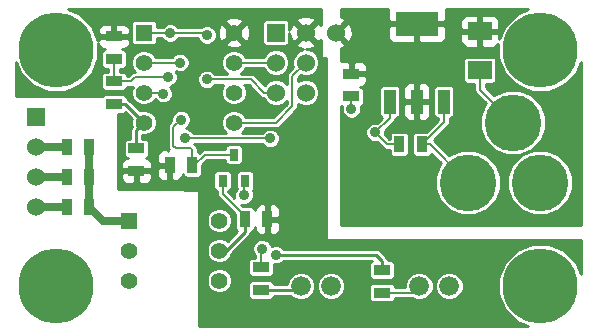
<source format=gtl>
G04 (created by PCBNEW (2013-04-19 BZR 4011)-stable) date 12/08/2014 12:26:48*
%MOIN*%
G04 Gerber Fmt 3.4, Leading zero omitted, Abs format*
%FSLAX34Y34*%
G01*
G70*
G90*
G04 APERTURE LIST*
%ADD10C,0*%
%ADD11C,0.25*%
%ADD12R,0.144X0.08*%
%ADD13R,0.04X0.08*%
%ADD14C,0.189*%
%ADD15R,0.055X0.035*%
%ADD16R,0.035X0.055*%
%ADD17R,0.055X0.055*%
%ADD18C,0.055*%
%ADD19R,0.06X0.06*%
%ADD20C,0.06*%
%ADD21R,0.08X0.06*%
%ADD22C,0.066*%
%ADD23R,0.0315X0.0394*%
%ADD24C,0.035*%
%ADD25C,0.008*%
%ADD26C,0.01*%
%ADD27C,0.025*%
G04 APERTURE END LIST*
G54D10*
G54D11*
X1574Y-9448D03*
G54D12*
X13600Y-700D03*
G54D13*
X13600Y-3300D03*
X14500Y-3300D03*
X12700Y-3300D03*
G54D11*
X17716Y-9448D03*
X17716Y-1574D03*
X1574Y-1574D03*
G54D14*
X17700Y-6000D03*
X15300Y-6000D03*
X16800Y-4000D03*
G54D15*
X12440Y-8916D03*
X12440Y-9666D03*
X8400Y-8825D03*
X8400Y-9575D03*
G54D16*
X1925Y-6800D03*
X2675Y-6800D03*
X1925Y-5800D03*
X2675Y-5800D03*
X1925Y-4800D03*
X2675Y-4800D03*
G54D17*
X4011Y-7267D03*
G54D18*
X4011Y-8267D03*
X4011Y-9267D03*
X7011Y-9267D03*
X7011Y-8267D03*
X7011Y-7267D03*
G54D19*
X900Y-3800D03*
G54D20*
X900Y-4800D03*
X900Y-5800D03*
X900Y-6800D03*
G54D15*
X11417Y-2380D03*
X11417Y-3130D03*
X3500Y-2625D03*
X3500Y-3375D03*
G54D16*
X13760Y-4724D03*
X13010Y-4724D03*
G54D15*
X3500Y-1125D03*
X3500Y-1875D03*
X4250Y-5615D03*
X4250Y-4865D03*
G54D21*
X15700Y-950D03*
X15700Y-2250D03*
G54D17*
X4500Y-1000D03*
G54D18*
X4500Y-2000D03*
X4500Y-3000D03*
X4500Y-4000D03*
X7500Y-4000D03*
X7500Y-3000D03*
X7500Y-2000D03*
X7500Y-1000D03*
G54D22*
X13673Y-9448D03*
X14673Y-9448D03*
X9736Y-9448D03*
X10736Y-9448D03*
G54D16*
X7865Y-7220D03*
X8615Y-7220D03*
X6115Y-5420D03*
X5365Y-5420D03*
G54D23*
X7500Y-5067D03*
X7875Y-5933D03*
X7125Y-5933D03*
G54D20*
X10900Y-1000D03*
G54D19*
X8900Y-1000D03*
G54D20*
X9900Y-1000D03*
X8900Y-2000D03*
X9900Y-2000D03*
X8900Y-3000D03*
X9900Y-3000D03*
G54D24*
X8440Y-8200D03*
X5700Y-2000D03*
X5740Y-3900D03*
X8900Y-8400D03*
X5860Y-4510D03*
X5140Y-3040D03*
X8707Y-4527D03*
X5370Y-1020D03*
X5300Y-2490D03*
X6594Y-1082D03*
X6594Y-2559D03*
X11417Y-3543D03*
X7834Y-6417D03*
X12204Y-4330D03*
G54D25*
X7500Y-4000D02*
X8893Y-4000D01*
X9448Y-2451D02*
X9900Y-2000D01*
X9448Y-3444D02*
X9448Y-2451D01*
X8893Y-4000D02*
X9448Y-3444D01*
X8400Y-8825D02*
X8400Y-8240D01*
X8400Y-8240D02*
X8440Y-8200D01*
X7500Y-2000D02*
X8900Y-2000D01*
X6115Y-5420D02*
X6180Y-5420D01*
X6533Y-5067D02*
X7500Y-5067D01*
X6180Y-5420D02*
X6533Y-5067D01*
X6115Y-5420D02*
X6115Y-4915D01*
X5700Y-2000D02*
X4500Y-2000D01*
X5480Y-4160D02*
X5740Y-3900D01*
X5480Y-4780D02*
X5480Y-4160D01*
X5560Y-4860D02*
X5480Y-4780D01*
X6060Y-4860D02*
X5560Y-4860D01*
X6115Y-4915D02*
X6060Y-4860D01*
G54D26*
X11771Y-8400D02*
X12218Y-8400D01*
X12440Y-8622D02*
X12440Y-8916D01*
X12218Y-8400D02*
X12440Y-8622D01*
X8900Y-8400D02*
X11771Y-8400D01*
G54D25*
X5860Y-4510D02*
X5860Y-4527D01*
X4500Y-3000D02*
X5100Y-3000D01*
X5860Y-4527D02*
X8707Y-4527D01*
X5100Y-3000D02*
X5140Y-3040D01*
X3500Y-1875D02*
X3500Y-2625D01*
X3500Y-2625D02*
X4055Y-2625D01*
X5370Y-1020D02*
X5370Y-1000D01*
X4190Y-2490D02*
X5300Y-2490D01*
X4055Y-2625D02*
X4190Y-2490D01*
X8900Y-3000D02*
X8511Y-3000D01*
X6511Y-1000D02*
X5370Y-1000D01*
X6594Y-1082D02*
X6511Y-1000D01*
X8070Y-2559D02*
X6594Y-2559D01*
X8511Y-3000D02*
X8070Y-2559D01*
X5370Y-1000D02*
X4500Y-1000D01*
X14500Y-3300D02*
X14500Y-3985D01*
X14500Y-3985D02*
X13760Y-4724D01*
X13760Y-4724D02*
X14024Y-4724D01*
X14024Y-4724D02*
X15300Y-6000D01*
X10900Y-1000D02*
X10900Y-1057D01*
X10900Y-1057D02*
X11417Y-1574D01*
X11417Y-3130D02*
X11417Y-3543D01*
G54D26*
X4250Y-4865D02*
X4250Y-4250D01*
X3500Y-3375D02*
X3875Y-3375D01*
X3875Y-3375D02*
X4500Y-4000D01*
X4250Y-4250D02*
X4500Y-4000D01*
G54D25*
X7875Y-5933D02*
X7875Y-6101D01*
X7834Y-6141D02*
X7834Y-6417D01*
X7875Y-6101D02*
X7834Y-6141D01*
X4250Y-4250D02*
X4500Y-4000D01*
X13010Y-4724D02*
X12598Y-4724D01*
X12700Y-3835D02*
X12204Y-4330D01*
X12700Y-3835D02*
X12700Y-3300D01*
X12598Y-4724D02*
X12204Y-4330D01*
X15700Y-2250D02*
X15700Y-2900D01*
X15700Y-2900D02*
X16800Y-4000D01*
X3875Y-3375D02*
X4500Y-4000D01*
G54D26*
X7011Y-8267D02*
X7244Y-8267D01*
X7865Y-7646D02*
X7865Y-7220D01*
X7244Y-8267D02*
X7865Y-7646D01*
G54D25*
X7865Y-7220D02*
X7865Y-7116D01*
X7125Y-6376D02*
X7125Y-5933D01*
X7865Y-7116D02*
X7125Y-6376D01*
G54D27*
X900Y-6800D02*
X1925Y-6800D01*
X900Y-5800D02*
X1925Y-5800D01*
X2675Y-4800D02*
X2675Y-5800D01*
X2675Y-5800D02*
X2675Y-6800D01*
X2675Y-6800D02*
X3142Y-7267D01*
X3142Y-7267D02*
X4011Y-7267D01*
G54D25*
X2675Y-5800D02*
X2675Y-6800D01*
X4011Y-7267D02*
X3142Y-7267D01*
X3142Y-7267D02*
X2675Y-6800D01*
G54D27*
X1925Y-4800D02*
X900Y-4800D01*
G54D25*
X12440Y-9666D02*
X13447Y-9675D01*
X13447Y-9675D02*
X13673Y-9448D01*
G54D26*
X8400Y-9575D02*
X9610Y-9575D01*
X9610Y-9575D02*
X9736Y-9448D01*
G54D25*
X9610Y-9575D02*
X9736Y-9448D01*
G54D10*
G36*
X19066Y-9049D02*
X18904Y-8656D01*
X18510Y-8262D01*
X17996Y-8049D01*
X17439Y-8048D01*
X16924Y-8261D01*
X16530Y-8654D01*
X16316Y-9169D01*
X16316Y-9726D01*
X16528Y-10240D01*
X16922Y-10634D01*
X17316Y-10798D01*
X15153Y-10798D01*
X15153Y-9353D01*
X15080Y-9177D01*
X14945Y-9042D01*
X14769Y-8968D01*
X14578Y-8968D01*
X14401Y-9041D01*
X14266Y-9176D01*
X14193Y-9352D01*
X14193Y-9543D01*
X14266Y-9720D01*
X14400Y-9855D01*
X14577Y-9928D01*
X14768Y-9928D01*
X14944Y-9855D01*
X15079Y-9721D01*
X15153Y-9544D01*
X15153Y-9353D01*
X15153Y-10798D01*
X14153Y-10798D01*
X14153Y-9353D01*
X14080Y-9177D01*
X13945Y-9042D01*
X13769Y-8968D01*
X13578Y-8968D01*
X13401Y-9041D01*
X13266Y-9176D01*
X13193Y-9352D01*
X13193Y-9482D01*
X12865Y-9480D01*
X12865Y-9461D01*
X12865Y-9061D01*
X12865Y-8711D01*
X12843Y-8656D01*
X12801Y-8614D01*
X12745Y-8591D01*
X12686Y-8591D01*
X12634Y-8591D01*
X12625Y-8545D01*
X12625Y-8545D01*
X12611Y-8523D01*
X12582Y-8480D01*
X12582Y-8480D01*
X12360Y-8258D01*
X12295Y-8215D01*
X12218Y-8200D01*
X11771Y-8200D01*
X10350Y-8200D01*
X10350Y-2910D01*
X10281Y-2745D01*
X10155Y-2618D01*
X9989Y-2550D01*
X9810Y-2549D01*
X9645Y-2618D01*
X9638Y-2624D01*
X9638Y-2529D01*
X9745Y-2423D01*
X9810Y-2449D01*
X9989Y-2450D01*
X10154Y-2381D01*
X10281Y-2255D01*
X10349Y-2089D01*
X10350Y-1910D01*
X10281Y-1745D01*
X10155Y-1618D01*
X9989Y-1550D01*
X9913Y-1550D01*
X10036Y-1543D01*
X10187Y-1481D01*
X10215Y-1385D01*
X9900Y-1070D01*
X9829Y-1141D01*
X9829Y-1000D01*
X9514Y-684D01*
X9418Y-712D01*
X9350Y-904D01*
X9350Y-670D01*
X9327Y-615D01*
X9285Y-572D01*
X9229Y-550D01*
X9170Y-549D01*
X8570Y-549D01*
X8515Y-572D01*
X8472Y-614D01*
X8450Y-670D01*
X8449Y-729D01*
X8449Y-1329D01*
X8472Y-1384D01*
X8514Y-1427D01*
X8570Y-1449D01*
X8629Y-1450D01*
X9229Y-1450D01*
X9284Y-1427D01*
X9327Y-1385D01*
X9349Y-1329D01*
X9350Y-1270D01*
X9350Y-1014D01*
X9356Y-1136D01*
X9418Y-1287D01*
X9514Y-1315D01*
X9829Y-1000D01*
X9829Y-1141D01*
X9584Y-1385D01*
X9612Y-1481D01*
X9807Y-1551D01*
X9645Y-1618D01*
X9518Y-1744D01*
X9450Y-1910D01*
X9449Y-2089D01*
X9476Y-2154D01*
X9314Y-2316D01*
X9273Y-2378D01*
X9258Y-2451D01*
X9258Y-2722D01*
X9155Y-2618D01*
X8989Y-2550D01*
X8810Y-2549D01*
X8645Y-2618D01*
X8522Y-2741D01*
X8205Y-2424D01*
X8143Y-2383D01*
X8070Y-2369D01*
X7719Y-2369D01*
X7740Y-2360D01*
X7860Y-2241D01*
X7881Y-2190D01*
X8491Y-2190D01*
X8518Y-2254D01*
X8644Y-2381D01*
X8810Y-2449D01*
X8989Y-2450D01*
X9154Y-2381D01*
X9281Y-2255D01*
X9349Y-2089D01*
X9350Y-1910D01*
X9281Y-1745D01*
X9155Y-1618D01*
X8989Y-1550D01*
X8810Y-1549D01*
X8645Y-1618D01*
X8518Y-1744D01*
X8491Y-1810D01*
X8029Y-1810D01*
X8029Y-1075D01*
X8018Y-867D01*
X7960Y-727D01*
X7867Y-702D01*
X7797Y-773D01*
X7797Y-632D01*
X7772Y-539D01*
X7575Y-470D01*
X7367Y-481D01*
X7227Y-539D01*
X7202Y-632D01*
X7500Y-929D01*
X7797Y-632D01*
X7797Y-773D01*
X7570Y-1000D01*
X7867Y-1297D01*
X7960Y-1272D01*
X8029Y-1075D01*
X8029Y-1810D01*
X7881Y-1810D01*
X7860Y-1759D01*
X7797Y-1696D01*
X7797Y-1367D01*
X7500Y-1070D01*
X7429Y-1141D01*
X7429Y-1000D01*
X7132Y-702D01*
X7039Y-727D01*
X6970Y-924D01*
X6981Y-1132D01*
X7039Y-1272D01*
X7132Y-1297D01*
X7429Y-1000D01*
X7429Y-1141D01*
X7202Y-1367D01*
X7227Y-1460D01*
X7424Y-1529D01*
X7632Y-1518D01*
X7772Y-1460D01*
X7797Y-1367D01*
X7797Y-1696D01*
X7741Y-1639D01*
X7584Y-1575D01*
X7415Y-1574D01*
X7259Y-1639D01*
X7139Y-1758D01*
X7075Y-1915D01*
X7074Y-2084D01*
X7139Y-2240D01*
X7258Y-2360D01*
X7280Y-2369D01*
X6919Y-2369D01*
X6919Y-1018D01*
X6870Y-898D01*
X6778Y-807D01*
X6659Y-757D01*
X6530Y-757D01*
X6410Y-806D01*
X6407Y-810D01*
X5619Y-810D01*
X5554Y-744D01*
X5434Y-695D01*
X5305Y-694D01*
X5186Y-744D01*
X5120Y-810D01*
X4925Y-810D01*
X4925Y-695D01*
X4902Y-640D01*
X4860Y-597D01*
X4804Y-575D01*
X4745Y-574D01*
X4195Y-574D01*
X4140Y-597D01*
X4097Y-639D01*
X4075Y-695D01*
X4074Y-754D01*
X4074Y-1304D01*
X4097Y-1359D01*
X4139Y-1402D01*
X4195Y-1424D01*
X4254Y-1425D01*
X4804Y-1425D01*
X4859Y-1402D01*
X4902Y-1360D01*
X4924Y-1304D01*
X4925Y-1245D01*
X4925Y-1190D01*
X5088Y-1190D01*
X5094Y-1203D01*
X5185Y-1295D01*
X5305Y-1344D01*
X5434Y-1345D01*
X5553Y-1295D01*
X5645Y-1204D01*
X5651Y-1190D01*
X6287Y-1190D01*
X6318Y-1266D01*
X6410Y-1358D01*
X6529Y-1407D01*
X6658Y-1407D01*
X6778Y-1358D01*
X6869Y-1267D01*
X6919Y-1147D01*
X6919Y-1018D01*
X6919Y-2369D01*
X6864Y-2369D01*
X6778Y-2283D01*
X6659Y-2234D01*
X6530Y-2233D01*
X6410Y-2283D01*
X6319Y-2374D01*
X6269Y-2494D01*
X6269Y-2623D01*
X6318Y-2742D01*
X6410Y-2834D01*
X6529Y-2883D01*
X6658Y-2884D01*
X6778Y-2834D01*
X6864Y-2749D01*
X7149Y-2749D01*
X7139Y-2758D01*
X7075Y-2915D01*
X7074Y-3084D01*
X7139Y-3240D01*
X7258Y-3360D01*
X7415Y-3424D01*
X7584Y-3425D01*
X7740Y-3360D01*
X7860Y-3241D01*
X7924Y-3084D01*
X7925Y-2915D01*
X7860Y-2759D01*
X7850Y-2749D01*
X7992Y-2749D01*
X8377Y-3134D01*
X8439Y-3175D01*
X8489Y-3185D01*
X8518Y-3254D01*
X8644Y-3381D01*
X8810Y-3449D01*
X8989Y-3450D01*
X9154Y-3381D01*
X9258Y-3277D01*
X9258Y-3366D01*
X8815Y-3810D01*
X7881Y-3810D01*
X7860Y-3759D01*
X7741Y-3639D01*
X7584Y-3575D01*
X7415Y-3574D01*
X7259Y-3639D01*
X7139Y-3758D01*
X7075Y-3915D01*
X7074Y-4084D01*
X7139Y-4240D01*
X7236Y-4337D01*
X6140Y-4337D01*
X6135Y-4326D01*
X6044Y-4234D01*
X5924Y-4185D01*
X5901Y-4185D01*
X5923Y-4175D01*
X6015Y-4084D01*
X6064Y-3964D01*
X6065Y-3835D01*
X6015Y-3716D01*
X5924Y-3624D01*
X5804Y-3575D01*
X5675Y-3574D01*
X5556Y-3624D01*
X5464Y-3715D01*
X5415Y-3835D01*
X5414Y-3956D01*
X5345Y-4025D01*
X5304Y-4087D01*
X5290Y-4160D01*
X5290Y-4780D01*
X5304Y-4852D01*
X5332Y-4895D01*
X5314Y-4895D01*
X5314Y-4957D01*
X5252Y-4895D01*
X5140Y-4894D01*
X5048Y-4932D01*
X4978Y-5003D01*
X4940Y-5095D01*
X4939Y-5194D01*
X4940Y-5307D01*
X5002Y-5370D01*
X5315Y-5370D01*
X5315Y-5362D01*
X5415Y-5362D01*
X5415Y-5370D01*
X5422Y-5370D01*
X5422Y-5470D01*
X5415Y-5470D01*
X5415Y-5882D01*
X5477Y-5945D01*
X5589Y-5945D01*
X5681Y-5907D01*
X5751Y-5836D01*
X5789Y-5744D01*
X5789Y-5724D01*
X5789Y-5724D01*
X5812Y-5779D01*
X5854Y-5822D01*
X5910Y-5844D01*
X5969Y-5845D01*
X6319Y-5845D01*
X6374Y-5822D01*
X6417Y-5780D01*
X6439Y-5724D01*
X6440Y-5665D01*
X6440Y-5428D01*
X6611Y-5257D01*
X7192Y-5257D01*
X7192Y-5293D01*
X7215Y-5348D01*
X7257Y-5391D01*
X7312Y-5413D01*
X7372Y-5414D01*
X7687Y-5414D01*
X7742Y-5391D01*
X7784Y-5349D01*
X7807Y-5293D01*
X7807Y-5234D01*
X7807Y-4840D01*
X7784Y-4785D01*
X7742Y-4742D01*
X7687Y-4720D01*
X7627Y-4719D01*
X7312Y-4719D01*
X7257Y-4742D01*
X7215Y-4784D01*
X7192Y-4840D01*
X7192Y-4877D01*
X6533Y-4877D01*
X6460Y-4891D01*
X6398Y-4932D01*
X6331Y-4999D01*
X6319Y-4995D01*
X6305Y-4995D01*
X6305Y-4915D01*
X6290Y-4842D01*
X6249Y-4780D01*
X6249Y-4780D01*
X6194Y-4725D01*
X6182Y-4717D01*
X8438Y-4717D01*
X8523Y-4802D01*
X8642Y-4852D01*
X8771Y-4852D01*
X8891Y-4803D01*
X8982Y-4711D01*
X9032Y-4592D01*
X9032Y-4463D01*
X8983Y-4343D01*
X8891Y-4252D01*
X8772Y-4202D01*
X8643Y-4202D01*
X8523Y-4251D01*
X8437Y-4337D01*
X7763Y-4337D01*
X7860Y-4241D01*
X7881Y-4190D01*
X8893Y-4190D01*
X8966Y-4175D01*
X9028Y-4134D01*
X9583Y-3579D01*
X9624Y-3517D01*
X9638Y-3444D01*
X9638Y-3375D01*
X9644Y-3381D01*
X9810Y-3449D01*
X9989Y-3450D01*
X10154Y-3381D01*
X10281Y-3255D01*
X10349Y-3089D01*
X10350Y-2910D01*
X10350Y-8200D01*
X9159Y-8200D01*
X9084Y-8124D01*
X9040Y-8106D01*
X9040Y-7445D01*
X9040Y-6994D01*
X9039Y-6895D01*
X9001Y-6803D01*
X8931Y-6732D01*
X8839Y-6694D01*
X8727Y-6695D01*
X8665Y-6757D01*
X8665Y-7170D01*
X8977Y-7170D01*
X9040Y-7107D01*
X9040Y-6994D01*
X9040Y-7445D01*
X9040Y-7332D01*
X8977Y-7270D01*
X8665Y-7270D01*
X8665Y-7682D01*
X8727Y-7745D01*
X8839Y-7745D01*
X8931Y-7707D01*
X9001Y-7636D01*
X9039Y-7544D01*
X9040Y-7445D01*
X9040Y-8106D01*
X8964Y-8075D01*
X8835Y-8074D01*
X8753Y-8108D01*
X8715Y-8016D01*
X8624Y-7924D01*
X8565Y-7899D01*
X8565Y-7682D01*
X8565Y-7270D01*
X8557Y-7270D01*
X8557Y-7170D01*
X8565Y-7170D01*
X8565Y-6757D01*
X8502Y-6695D01*
X8390Y-6694D01*
X8298Y-6732D01*
X8228Y-6803D01*
X8190Y-6895D01*
X8190Y-6915D01*
X8167Y-6860D01*
X8125Y-6817D01*
X8069Y-6795D01*
X8010Y-6794D01*
X7811Y-6794D01*
X7751Y-6734D01*
X7769Y-6742D01*
X7899Y-6742D01*
X8018Y-6693D01*
X8110Y-6601D01*
X8159Y-6482D01*
X8159Y-6352D01*
X8119Y-6255D01*
X8159Y-6215D01*
X8182Y-6159D01*
X8182Y-6100D01*
X8182Y-5706D01*
X8159Y-5651D01*
X8117Y-5608D01*
X8062Y-5586D01*
X8002Y-5585D01*
X7687Y-5585D01*
X7632Y-5608D01*
X7590Y-5650D01*
X7567Y-5706D01*
X7567Y-5765D01*
X7567Y-6159D01*
X7586Y-6205D01*
X7559Y-6232D01*
X7509Y-6352D01*
X7509Y-6481D01*
X7517Y-6500D01*
X7315Y-6298D01*
X7315Y-6278D01*
X7367Y-6257D01*
X7409Y-6215D01*
X7432Y-6159D01*
X7432Y-6100D01*
X7432Y-5706D01*
X7409Y-5651D01*
X7367Y-5608D01*
X7312Y-5586D01*
X7252Y-5585D01*
X6937Y-5585D01*
X6882Y-5608D01*
X6840Y-5650D01*
X6817Y-5706D01*
X6817Y-5765D01*
X6817Y-6159D01*
X6840Y-6214D01*
X6882Y-6257D01*
X6935Y-6278D01*
X6935Y-6376D01*
X6949Y-6449D01*
X6990Y-6511D01*
X7539Y-7060D01*
X7539Y-7524D01*
X7562Y-7579D01*
X7604Y-7622D01*
X7606Y-7622D01*
X7436Y-7792D01*
X7436Y-7183D01*
X7372Y-7027D01*
X7252Y-6907D01*
X7096Y-6842D01*
X6927Y-6842D01*
X6771Y-6907D01*
X6651Y-7026D01*
X6586Y-7182D01*
X6586Y-7351D01*
X6651Y-7508D01*
X6770Y-7627D01*
X6926Y-7692D01*
X7095Y-7692D01*
X7252Y-7628D01*
X7371Y-7508D01*
X7436Y-7352D01*
X7436Y-7183D01*
X7436Y-7792D01*
X7287Y-7941D01*
X7252Y-7907D01*
X7096Y-7842D01*
X6927Y-7842D01*
X6771Y-7907D01*
X6651Y-8026D01*
X6586Y-8182D01*
X6586Y-8351D01*
X6651Y-8508D01*
X6770Y-8627D01*
X6926Y-8692D01*
X7095Y-8692D01*
X7252Y-8628D01*
X7371Y-8508D01*
X7432Y-8361D01*
X8006Y-7788D01*
X8049Y-7723D01*
X8049Y-7723D01*
X8065Y-7646D01*
X8065Y-7645D01*
X8069Y-7645D01*
X8124Y-7622D01*
X8167Y-7580D01*
X8189Y-7524D01*
X8190Y-7495D01*
X8190Y-7544D01*
X8228Y-7636D01*
X8298Y-7707D01*
X8390Y-7745D01*
X8502Y-7745D01*
X8565Y-7682D01*
X8565Y-7899D01*
X8504Y-7875D01*
X8375Y-7874D01*
X8256Y-7924D01*
X8164Y-8015D01*
X8115Y-8135D01*
X8114Y-8264D01*
X8164Y-8383D01*
X8210Y-8429D01*
X8210Y-8499D01*
X8095Y-8499D01*
X8040Y-8522D01*
X7997Y-8564D01*
X7975Y-8620D01*
X7974Y-8679D01*
X7974Y-9029D01*
X7997Y-9084D01*
X8039Y-9127D01*
X8095Y-9149D01*
X8154Y-9150D01*
X8704Y-9150D01*
X8759Y-9127D01*
X8802Y-9085D01*
X8824Y-9029D01*
X8825Y-8970D01*
X8825Y-8720D01*
X8835Y-8724D01*
X8964Y-8725D01*
X9083Y-8675D01*
X9159Y-8600D01*
X11771Y-8600D01*
X12115Y-8600D01*
X12081Y-8614D01*
X12038Y-8656D01*
X12015Y-8711D01*
X12015Y-8771D01*
X12015Y-9121D01*
X12038Y-9176D01*
X12080Y-9218D01*
X12135Y-9241D01*
X12195Y-9241D01*
X12745Y-9241D01*
X12800Y-9218D01*
X12843Y-9176D01*
X12865Y-9121D01*
X12865Y-9061D01*
X12865Y-9461D01*
X12843Y-9406D01*
X12801Y-9364D01*
X12745Y-9341D01*
X12686Y-9341D01*
X12136Y-9341D01*
X12081Y-9364D01*
X12038Y-9406D01*
X12015Y-9461D01*
X12015Y-9521D01*
X12015Y-9871D01*
X12038Y-9926D01*
X12080Y-9968D01*
X12135Y-9991D01*
X12195Y-9991D01*
X12745Y-9991D01*
X12800Y-9968D01*
X12843Y-9926D01*
X12865Y-9871D01*
X12865Y-9860D01*
X13423Y-9864D01*
X13577Y-9928D01*
X13768Y-9928D01*
X13944Y-9855D01*
X14079Y-9721D01*
X14153Y-9544D01*
X14153Y-9353D01*
X14153Y-10798D01*
X11216Y-10798D01*
X11216Y-9353D01*
X11143Y-9177D01*
X11008Y-9042D01*
X10832Y-8968D01*
X10641Y-8968D01*
X10464Y-9041D01*
X10329Y-9176D01*
X10256Y-9352D01*
X10256Y-9543D01*
X10329Y-9720D01*
X10463Y-9855D01*
X10640Y-9928D01*
X10831Y-9928D01*
X11007Y-9855D01*
X11142Y-9721D01*
X11216Y-9544D01*
X11216Y-9353D01*
X11216Y-10798D01*
X10216Y-10798D01*
X10216Y-9353D01*
X10143Y-9177D01*
X10008Y-9042D01*
X9832Y-8968D01*
X9641Y-8968D01*
X9464Y-9041D01*
X9329Y-9176D01*
X9256Y-9352D01*
X9256Y-9375D01*
X8825Y-9375D01*
X8825Y-9370D01*
X8802Y-9315D01*
X8760Y-9272D01*
X8704Y-9250D01*
X8645Y-9249D01*
X8095Y-9249D01*
X8040Y-9272D01*
X7997Y-9314D01*
X7975Y-9370D01*
X7974Y-9429D01*
X7974Y-9779D01*
X7997Y-9834D01*
X8039Y-9877D01*
X8095Y-9899D01*
X8154Y-9900D01*
X8704Y-9900D01*
X8759Y-9877D01*
X8802Y-9835D01*
X8824Y-9779D01*
X8824Y-9775D01*
X9383Y-9775D01*
X9463Y-9855D01*
X9640Y-9928D01*
X9831Y-9928D01*
X10007Y-9855D01*
X10142Y-9721D01*
X10216Y-9544D01*
X10216Y-9353D01*
X10216Y-10798D01*
X7436Y-10798D01*
X7436Y-9183D01*
X7372Y-9027D01*
X7252Y-8907D01*
X7096Y-8842D01*
X6927Y-8842D01*
X6771Y-8907D01*
X6651Y-9026D01*
X6586Y-9182D01*
X6586Y-9351D01*
X6651Y-9508D01*
X6770Y-9627D01*
X6926Y-9692D01*
X7095Y-9692D01*
X7252Y-9628D01*
X7371Y-9508D01*
X7436Y-9352D01*
X7436Y-9183D01*
X7436Y-10798D01*
X6349Y-10798D01*
X6349Y-6250D01*
X5315Y-6231D01*
X5315Y-5882D01*
X5315Y-5470D01*
X5002Y-5470D01*
X4940Y-5532D01*
X4939Y-5645D01*
X4940Y-5744D01*
X4978Y-5836D01*
X5048Y-5907D01*
X5140Y-5945D01*
X5252Y-5945D01*
X5315Y-5882D01*
X5315Y-6231D01*
X4775Y-6221D01*
X4775Y-5839D01*
X4775Y-5727D01*
X4712Y-5665D01*
X4300Y-5665D01*
X4300Y-5977D01*
X4362Y-6040D01*
X4475Y-6040D01*
X4574Y-6039D01*
X4666Y-6001D01*
X4737Y-5931D01*
X4775Y-5839D01*
X4775Y-6221D01*
X4200Y-6211D01*
X4200Y-5977D01*
X4200Y-5665D01*
X3787Y-5665D01*
X3725Y-5727D01*
X3724Y-5839D01*
X3762Y-5931D01*
X3833Y-6001D01*
X3925Y-6039D01*
X4024Y-6040D01*
X4137Y-6040D01*
X4200Y-5977D01*
X4200Y-6211D01*
X3620Y-6200D01*
X3627Y-3700D01*
X3804Y-3700D01*
X3859Y-3677D01*
X3877Y-3659D01*
X4091Y-3874D01*
X4075Y-3915D01*
X4074Y-4084D01*
X4094Y-4130D01*
X4065Y-4173D01*
X4050Y-4250D01*
X4050Y-4539D01*
X3945Y-4539D01*
X3890Y-4562D01*
X3847Y-4604D01*
X3825Y-4660D01*
X3824Y-4719D01*
X3824Y-5069D01*
X3847Y-5124D01*
X3889Y-5167D01*
X3945Y-5189D01*
X3974Y-5190D01*
X3925Y-5190D01*
X3833Y-5228D01*
X3762Y-5298D01*
X3724Y-5390D01*
X3725Y-5502D01*
X3787Y-5565D01*
X4200Y-5565D01*
X4200Y-5557D01*
X4300Y-5557D01*
X4300Y-5565D01*
X4712Y-5565D01*
X4775Y-5502D01*
X4775Y-5390D01*
X4737Y-5298D01*
X4666Y-5228D01*
X4574Y-5190D01*
X4554Y-5190D01*
X4609Y-5167D01*
X4652Y-5125D01*
X4674Y-5069D01*
X4675Y-5010D01*
X4675Y-4660D01*
X4652Y-4605D01*
X4610Y-4562D01*
X4554Y-4540D01*
X4495Y-4539D01*
X4450Y-4539D01*
X4450Y-4424D01*
X4584Y-4425D01*
X4740Y-4360D01*
X4860Y-4241D01*
X4924Y-4084D01*
X4925Y-3915D01*
X4860Y-3759D01*
X4741Y-3639D01*
X4584Y-3575D01*
X4415Y-3574D01*
X4374Y-3591D01*
X4016Y-3233D01*
X3951Y-3190D01*
X3925Y-3184D01*
X3925Y-3170D01*
X3902Y-3115D01*
X3860Y-3072D01*
X3804Y-3050D01*
X3745Y-3049D01*
X3195Y-3049D01*
X3140Y-3072D01*
X3108Y-3104D01*
X2523Y-3113D01*
X2548Y-3099D01*
X225Y-3099D01*
X225Y-1974D01*
X387Y-2366D01*
X780Y-2760D01*
X1295Y-2974D01*
X1852Y-2975D01*
X2366Y-2762D01*
X2760Y-2368D01*
X2974Y-1854D01*
X2975Y-1349D01*
X3012Y-1441D01*
X3083Y-1511D01*
X3175Y-1549D01*
X3195Y-1549D01*
X3195Y-1549D01*
X3140Y-1572D01*
X3097Y-1614D01*
X3075Y-1670D01*
X3074Y-1729D01*
X3074Y-2079D01*
X3097Y-2134D01*
X3139Y-2177D01*
X3195Y-2199D01*
X3254Y-2200D01*
X3310Y-2200D01*
X3310Y-2299D01*
X3195Y-2299D01*
X3140Y-2322D01*
X3097Y-2364D01*
X3075Y-2420D01*
X3074Y-2479D01*
X3074Y-2829D01*
X3097Y-2884D01*
X3139Y-2927D01*
X3195Y-2949D01*
X3254Y-2950D01*
X3804Y-2950D01*
X3859Y-2927D01*
X3902Y-2885D01*
X3924Y-2829D01*
X3924Y-2815D01*
X4055Y-2815D01*
X4122Y-2801D01*
X4075Y-2915D01*
X4074Y-3084D01*
X4139Y-3240D01*
X4258Y-3360D01*
X4415Y-3424D01*
X4584Y-3425D01*
X4740Y-3360D01*
X4860Y-3241D01*
X4866Y-3225D01*
X4955Y-3315D01*
X5075Y-3364D01*
X5204Y-3365D01*
X5323Y-3315D01*
X5415Y-3224D01*
X5464Y-3104D01*
X5465Y-2975D01*
X5415Y-2856D01*
X5371Y-2812D01*
X5483Y-2765D01*
X5575Y-2674D01*
X5624Y-2554D01*
X5625Y-2425D01*
X5575Y-2306D01*
X5565Y-2296D01*
X5635Y-2324D01*
X5764Y-2325D01*
X5883Y-2275D01*
X5975Y-2184D01*
X6024Y-2064D01*
X6025Y-1935D01*
X5975Y-1816D01*
X5884Y-1724D01*
X5764Y-1675D01*
X5635Y-1674D01*
X5516Y-1724D01*
X5430Y-1810D01*
X4881Y-1810D01*
X4860Y-1759D01*
X4741Y-1639D01*
X4584Y-1575D01*
X4415Y-1574D01*
X4259Y-1639D01*
X4139Y-1758D01*
X4075Y-1915D01*
X4074Y-2084D01*
X4139Y-2240D01*
X4198Y-2300D01*
X4190Y-2300D01*
X4189Y-2300D01*
X4177Y-2302D01*
X4117Y-2314D01*
X4055Y-2355D01*
X4055Y-2355D01*
X3976Y-2435D01*
X3925Y-2435D01*
X3925Y-2420D01*
X3902Y-2365D01*
X3860Y-2322D01*
X3804Y-2300D01*
X3745Y-2299D01*
X3690Y-2299D01*
X3690Y-2200D01*
X3804Y-2200D01*
X3859Y-2177D01*
X3902Y-2135D01*
X3924Y-2079D01*
X3925Y-2020D01*
X3925Y-1670D01*
X3902Y-1615D01*
X3860Y-1572D01*
X3804Y-1550D01*
X3775Y-1549D01*
X3824Y-1549D01*
X3916Y-1511D01*
X3987Y-1441D01*
X4025Y-1349D01*
X4025Y-900D01*
X3987Y-808D01*
X3916Y-738D01*
X3824Y-700D01*
X3725Y-699D01*
X3612Y-700D01*
X3550Y-762D01*
X3550Y-1075D01*
X3962Y-1075D01*
X4025Y-1012D01*
X4025Y-900D01*
X4025Y-1349D01*
X4025Y-1237D01*
X3962Y-1175D01*
X3550Y-1175D01*
X3550Y-1182D01*
X3450Y-1182D01*
X3450Y-1175D01*
X3450Y-1075D01*
X3450Y-762D01*
X3387Y-700D01*
X3274Y-699D01*
X3175Y-700D01*
X3083Y-738D01*
X3012Y-808D01*
X2974Y-900D01*
X2975Y-1012D01*
X3037Y-1075D01*
X3450Y-1075D01*
X3450Y-1175D01*
X3037Y-1175D01*
X2975Y-1237D01*
X2974Y-1297D01*
X2762Y-782D01*
X2368Y-388D01*
X1974Y-225D01*
X10387Y-225D01*
X10393Y-742D01*
X10381Y-712D01*
X10285Y-684D01*
X10215Y-755D01*
X10215Y-614D01*
X10187Y-518D01*
X9981Y-445D01*
X9763Y-456D01*
X9612Y-518D01*
X9584Y-614D01*
X9900Y-929D01*
X10215Y-614D01*
X10215Y-755D01*
X9970Y-1000D01*
X10285Y-1315D01*
X10381Y-1287D01*
X10399Y-1237D01*
X10406Y-1833D01*
X10579Y-1855D01*
X10579Y-2754D01*
X10579Y-2794D01*
X10579Y-7924D01*
X11023Y-7924D01*
X12204Y-7924D01*
X13779Y-7924D01*
X19066Y-7924D01*
X19066Y-9049D01*
X19066Y-9049D01*
G37*
G54D26*
X19066Y-9049D02*
X18904Y-8656D01*
X18510Y-8262D01*
X17996Y-8049D01*
X17439Y-8048D01*
X16924Y-8261D01*
X16530Y-8654D01*
X16316Y-9169D01*
X16316Y-9726D01*
X16528Y-10240D01*
X16922Y-10634D01*
X17316Y-10798D01*
X15153Y-10798D01*
X15153Y-9353D01*
X15080Y-9177D01*
X14945Y-9042D01*
X14769Y-8968D01*
X14578Y-8968D01*
X14401Y-9041D01*
X14266Y-9176D01*
X14193Y-9352D01*
X14193Y-9543D01*
X14266Y-9720D01*
X14400Y-9855D01*
X14577Y-9928D01*
X14768Y-9928D01*
X14944Y-9855D01*
X15079Y-9721D01*
X15153Y-9544D01*
X15153Y-9353D01*
X15153Y-10798D01*
X14153Y-10798D01*
X14153Y-9353D01*
X14080Y-9177D01*
X13945Y-9042D01*
X13769Y-8968D01*
X13578Y-8968D01*
X13401Y-9041D01*
X13266Y-9176D01*
X13193Y-9352D01*
X13193Y-9482D01*
X12865Y-9480D01*
X12865Y-9461D01*
X12865Y-9061D01*
X12865Y-8711D01*
X12843Y-8656D01*
X12801Y-8614D01*
X12745Y-8591D01*
X12686Y-8591D01*
X12634Y-8591D01*
X12625Y-8545D01*
X12625Y-8545D01*
X12611Y-8523D01*
X12582Y-8480D01*
X12582Y-8480D01*
X12360Y-8258D01*
X12295Y-8215D01*
X12218Y-8200D01*
X11771Y-8200D01*
X10350Y-8200D01*
X10350Y-2910D01*
X10281Y-2745D01*
X10155Y-2618D01*
X9989Y-2550D01*
X9810Y-2549D01*
X9645Y-2618D01*
X9638Y-2624D01*
X9638Y-2529D01*
X9745Y-2423D01*
X9810Y-2449D01*
X9989Y-2450D01*
X10154Y-2381D01*
X10281Y-2255D01*
X10349Y-2089D01*
X10350Y-1910D01*
X10281Y-1745D01*
X10155Y-1618D01*
X9989Y-1550D01*
X9913Y-1550D01*
X10036Y-1543D01*
X10187Y-1481D01*
X10215Y-1385D01*
X9900Y-1070D01*
X9829Y-1141D01*
X9829Y-1000D01*
X9514Y-684D01*
X9418Y-712D01*
X9350Y-904D01*
X9350Y-670D01*
X9327Y-615D01*
X9285Y-572D01*
X9229Y-550D01*
X9170Y-549D01*
X8570Y-549D01*
X8515Y-572D01*
X8472Y-614D01*
X8450Y-670D01*
X8449Y-729D01*
X8449Y-1329D01*
X8472Y-1384D01*
X8514Y-1427D01*
X8570Y-1449D01*
X8629Y-1450D01*
X9229Y-1450D01*
X9284Y-1427D01*
X9327Y-1385D01*
X9349Y-1329D01*
X9350Y-1270D01*
X9350Y-1014D01*
X9356Y-1136D01*
X9418Y-1287D01*
X9514Y-1315D01*
X9829Y-1000D01*
X9829Y-1141D01*
X9584Y-1385D01*
X9612Y-1481D01*
X9807Y-1551D01*
X9645Y-1618D01*
X9518Y-1744D01*
X9450Y-1910D01*
X9449Y-2089D01*
X9476Y-2154D01*
X9314Y-2316D01*
X9273Y-2378D01*
X9258Y-2451D01*
X9258Y-2722D01*
X9155Y-2618D01*
X8989Y-2550D01*
X8810Y-2549D01*
X8645Y-2618D01*
X8522Y-2741D01*
X8205Y-2424D01*
X8143Y-2383D01*
X8070Y-2369D01*
X7719Y-2369D01*
X7740Y-2360D01*
X7860Y-2241D01*
X7881Y-2190D01*
X8491Y-2190D01*
X8518Y-2254D01*
X8644Y-2381D01*
X8810Y-2449D01*
X8989Y-2450D01*
X9154Y-2381D01*
X9281Y-2255D01*
X9349Y-2089D01*
X9350Y-1910D01*
X9281Y-1745D01*
X9155Y-1618D01*
X8989Y-1550D01*
X8810Y-1549D01*
X8645Y-1618D01*
X8518Y-1744D01*
X8491Y-1810D01*
X8029Y-1810D01*
X8029Y-1075D01*
X8018Y-867D01*
X7960Y-727D01*
X7867Y-702D01*
X7797Y-773D01*
X7797Y-632D01*
X7772Y-539D01*
X7575Y-470D01*
X7367Y-481D01*
X7227Y-539D01*
X7202Y-632D01*
X7500Y-929D01*
X7797Y-632D01*
X7797Y-773D01*
X7570Y-1000D01*
X7867Y-1297D01*
X7960Y-1272D01*
X8029Y-1075D01*
X8029Y-1810D01*
X7881Y-1810D01*
X7860Y-1759D01*
X7797Y-1696D01*
X7797Y-1367D01*
X7500Y-1070D01*
X7429Y-1141D01*
X7429Y-1000D01*
X7132Y-702D01*
X7039Y-727D01*
X6970Y-924D01*
X6981Y-1132D01*
X7039Y-1272D01*
X7132Y-1297D01*
X7429Y-1000D01*
X7429Y-1141D01*
X7202Y-1367D01*
X7227Y-1460D01*
X7424Y-1529D01*
X7632Y-1518D01*
X7772Y-1460D01*
X7797Y-1367D01*
X7797Y-1696D01*
X7741Y-1639D01*
X7584Y-1575D01*
X7415Y-1574D01*
X7259Y-1639D01*
X7139Y-1758D01*
X7075Y-1915D01*
X7074Y-2084D01*
X7139Y-2240D01*
X7258Y-2360D01*
X7280Y-2369D01*
X6919Y-2369D01*
X6919Y-1018D01*
X6870Y-898D01*
X6778Y-807D01*
X6659Y-757D01*
X6530Y-757D01*
X6410Y-806D01*
X6407Y-810D01*
X5619Y-810D01*
X5554Y-744D01*
X5434Y-695D01*
X5305Y-694D01*
X5186Y-744D01*
X5120Y-810D01*
X4925Y-810D01*
X4925Y-695D01*
X4902Y-640D01*
X4860Y-597D01*
X4804Y-575D01*
X4745Y-574D01*
X4195Y-574D01*
X4140Y-597D01*
X4097Y-639D01*
X4075Y-695D01*
X4074Y-754D01*
X4074Y-1304D01*
X4097Y-1359D01*
X4139Y-1402D01*
X4195Y-1424D01*
X4254Y-1425D01*
X4804Y-1425D01*
X4859Y-1402D01*
X4902Y-1360D01*
X4924Y-1304D01*
X4925Y-1245D01*
X4925Y-1190D01*
X5088Y-1190D01*
X5094Y-1203D01*
X5185Y-1295D01*
X5305Y-1344D01*
X5434Y-1345D01*
X5553Y-1295D01*
X5645Y-1204D01*
X5651Y-1190D01*
X6287Y-1190D01*
X6318Y-1266D01*
X6410Y-1358D01*
X6529Y-1407D01*
X6658Y-1407D01*
X6778Y-1358D01*
X6869Y-1267D01*
X6919Y-1147D01*
X6919Y-1018D01*
X6919Y-2369D01*
X6864Y-2369D01*
X6778Y-2283D01*
X6659Y-2234D01*
X6530Y-2233D01*
X6410Y-2283D01*
X6319Y-2374D01*
X6269Y-2494D01*
X6269Y-2623D01*
X6318Y-2742D01*
X6410Y-2834D01*
X6529Y-2883D01*
X6658Y-2884D01*
X6778Y-2834D01*
X6864Y-2749D01*
X7149Y-2749D01*
X7139Y-2758D01*
X7075Y-2915D01*
X7074Y-3084D01*
X7139Y-3240D01*
X7258Y-3360D01*
X7415Y-3424D01*
X7584Y-3425D01*
X7740Y-3360D01*
X7860Y-3241D01*
X7924Y-3084D01*
X7925Y-2915D01*
X7860Y-2759D01*
X7850Y-2749D01*
X7992Y-2749D01*
X8377Y-3134D01*
X8439Y-3175D01*
X8489Y-3185D01*
X8518Y-3254D01*
X8644Y-3381D01*
X8810Y-3449D01*
X8989Y-3450D01*
X9154Y-3381D01*
X9258Y-3277D01*
X9258Y-3366D01*
X8815Y-3810D01*
X7881Y-3810D01*
X7860Y-3759D01*
X7741Y-3639D01*
X7584Y-3575D01*
X7415Y-3574D01*
X7259Y-3639D01*
X7139Y-3758D01*
X7075Y-3915D01*
X7074Y-4084D01*
X7139Y-4240D01*
X7236Y-4337D01*
X6140Y-4337D01*
X6135Y-4326D01*
X6044Y-4234D01*
X5924Y-4185D01*
X5901Y-4185D01*
X5923Y-4175D01*
X6015Y-4084D01*
X6064Y-3964D01*
X6065Y-3835D01*
X6015Y-3716D01*
X5924Y-3624D01*
X5804Y-3575D01*
X5675Y-3574D01*
X5556Y-3624D01*
X5464Y-3715D01*
X5415Y-3835D01*
X5414Y-3956D01*
X5345Y-4025D01*
X5304Y-4087D01*
X5290Y-4160D01*
X5290Y-4780D01*
X5304Y-4852D01*
X5332Y-4895D01*
X5314Y-4895D01*
X5314Y-4957D01*
X5252Y-4895D01*
X5140Y-4894D01*
X5048Y-4932D01*
X4978Y-5003D01*
X4940Y-5095D01*
X4939Y-5194D01*
X4940Y-5307D01*
X5002Y-5370D01*
X5315Y-5370D01*
X5315Y-5362D01*
X5415Y-5362D01*
X5415Y-5370D01*
X5422Y-5370D01*
X5422Y-5470D01*
X5415Y-5470D01*
X5415Y-5882D01*
X5477Y-5945D01*
X5589Y-5945D01*
X5681Y-5907D01*
X5751Y-5836D01*
X5789Y-5744D01*
X5789Y-5724D01*
X5789Y-5724D01*
X5812Y-5779D01*
X5854Y-5822D01*
X5910Y-5844D01*
X5969Y-5845D01*
X6319Y-5845D01*
X6374Y-5822D01*
X6417Y-5780D01*
X6439Y-5724D01*
X6440Y-5665D01*
X6440Y-5428D01*
X6611Y-5257D01*
X7192Y-5257D01*
X7192Y-5293D01*
X7215Y-5348D01*
X7257Y-5391D01*
X7312Y-5413D01*
X7372Y-5414D01*
X7687Y-5414D01*
X7742Y-5391D01*
X7784Y-5349D01*
X7807Y-5293D01*
X7807Y-5234D01*
X7807Y-4840D01*
X7784Y-4785D01*
X7742Y-4742D01*
X7687Y-4720D01*
X7627Y-4719D01*
X7312Y-4719D01*
X7257Y-4742D01*
X7215Y-4784D01*
X7192Y-4840D01*
X7192Y-4877D01*
X6533Y-4877D01*
X6460Y-4891D01*
X6398Y-4932D01*
X6331Y-4999D01*
X6319Y-4995D01*
X6305Y-4995D01*
X6305Y-4915D01*
X6290Y-4842D01*
X6249Y-4780D01*
X6249Y-4780D01*
X6194Y-4725D01*
X6182Y-4717D01*
X8438Y-4717D01*
X8523Y-4802D01*
X8642Y-4852D01*
X8771Y-4852D01*
X8891Y-4803D01*
X8982Y-4711D01*
X9032Y-4592D01*
X9032Y-4463D01*
X8983Y-4343D01*
X8891Y-4252D01*
X8772Y-4202D01*
X8643Y-4202D01*
X8523Y-4251D01*
X8437Y-4337D01*
X7763Y-4337D01*
X7860Y-4241D01*
X7881Y-4190D01*
X8893Y-4190D01*
X8966Y-4175D01*
X9028Y-4134D01*
X9583Y-3579D01*
X9624Y-3517D01*
X9638Y-3444D01*
X9638Y-3375D01*
X9644Y-3381D01*
X9810Y-3449D01*
X9989Y-3450D01*
X10154Y-3381D01*
X10281Y-3255D01*
X10349Y-3089D01*
X10350Y-2910D01*
X10350Y-8200D01*
X9159Y-8200D01*
X9084Y-8124D01*
X9040Y-8106D01*
X9040Y-7445D01*
X9040Y-6994D01*
X9039Y-6895D01*
X9001Y-6803D01*
X8931Y-6732D01*
X8839Y-6694D01*
X8727Y-6695D01*
X8665Y-6757D01*
X8665Y-7170D01*
X8977Y-7170D01*
X9040Y-7107D01*
X9040Y-6994D01*
X9040Y-7445D01*
X9040Y-7332D01*
X8977Y-7270D01*
X8665Y-7270D01*
X8665Y-7682D01*
X8727Y-7745D01*
X8839Y-7745D01*
X8931Y-7707D01*
X9001Y-7636D01*
X9039Y-7544D01*
X9040Y-7445D01*
X9040Y-8106D01*
X8964Y-8075D01*
X8835Y-8074D01*
X8753Y-8108D01*
X8715Y-8016D01*
X8624Y-7924D01*
X8565Y-7899D01*
X8565Y-7682D01*
X8565Y-7270D01*
X8557Y-7270D01*
X8557Y-7170D01*
X8565Y-7170D01*
X8565Y-6757D01*
X8502Y-6695D01*
X8390Y-6694D01*
X8298Y-6732D01*
X8228Y-6803D01*
X8190Y-6895D01*
X8190Y-6915D01*
X8167Y-6860D01*
X8125Y-6817D01*
X8069Y-6795D01*
X8010Y-6794D01*
X7811Y-6794D01*
X7751Y-6734D01*
X7769Y-6742D01*
X7899Y-6742D01*
X8018Y-6693D01*
X8110Y-6601D01*
X8159Y-6482D01*
X8159Y-6352D01*
X8119Y-6255D01*
X8159Y-6215D01*
X8182Y-6159D01*
X8182Y-6100D01*
X8182Y-5706D01*
X8159Y-5651D01*
X8117Y-5608D01*
X8062Y-5586D01*
X8002Y-5585D01*
X7687Y-5585D01*
X7632Y-5608D01*
X7590Y-5650D01*
X7567Y-5706D01*
X7567Y-5765D01*
X7567Y-6159D01*
X7586Y-6205D01*
X7559Y-6232D01*
X7509Y-6352D01*
X7509Y-6481D01*
X7517Y-6500D01*
X7315Y-6298D01*
X7315Y-6278D01*
X7367Y-6257D01*
X7409Y-6215D01*
X7432Y-6159D01*
X7432Y-6100D01*
X7432Y-5706D01*
X7409Y-5651D01*
X7367Y-5608D01*
X7312Y-5586D01*
X7252Y-5585D01*
X6937Y-5585D01*
X6882Y-5608D01*
X6840Y-5650D01*
X6817Y-5706D01*
X6817Y-5765D01*
X6817Y-6159D01*
X6840Y-6214D01*
X6882Y-6257D01*
X6935Y-6278D01*
X6935Y-6376D01*
X6949Y-6449D01*
X6990Y-6511D01*
X7539Y-7060D01*
X7539Y-7524D01*
X7562Y-7579D01*
X7604Y-7622D01*
X7606Y-7622D01*
X7436Y-7792D01*
X7436Y-7183D01*
X7372Y-7027D01*
X7252Y-6907D01*
X7096Y-6842D01*
X6927Y-6842D01*
X6771Y-6907D01*
X6651Y-7026D01*
X6586Y-7182D01*
X6586Y-7351D01*
X6651Y-7508D01*
X6770Y-7627D01*
X6926Y-7692D01*
X7095Y-7692D01*
X7252Y-7628D01*
X7371Y-7508D01*
X7436Y-7352D01*
X7436Y-7183D01*
X7436Y-7792D01*
X7287Y-7941D01*
X7252Y-7907D01*
X7096Y-7842D01*
X6927Y-7842D01*
X6771Y-7907D01*
X6651Y-8026D01*
X6586Y-8182D01*
X6586Y-8351D01*
X6651Y-8508D01*
X6770Y-8627D01*
X6926Y-8692D01*
X7095Y-8692D01*
X7252Y-8628D01*
X7371Y-8508D01*
X7432Y-8361D01*
X8006Y-7788D01*
X8049Y-7723D01*
X8049Y-7723D01*
X8065Y-7646D01*
X8065Y-7645D01*
X8069Y-7645D01*
X8124Y-7622D01*
X8167Y-7580D01*
X8189Y-7524D01*
X8190Y-7495D01*
X8190Y-7544D01*
X8228Y-7636D01*
X8298Y-7707D01*
X8390Y-7745D01*
X8502Y-7745D01*
X8565Y-7682D01*
X8565Y-7899D01*
X8504Y-7875D01*
X8375Y-7874D01*
X8256Y-7924D01*
X8164Y-8015D01*
X8115Y-8135D01*
X8114Y-8264D01*
X8164Y-8383D01*
X8210Y-8429D01*
X8210Y-8499D01*
X8095Y-8499D01*
X8040Y-8522D01*
X7997Y-8564D01*
X7975Y-8620D01*
X7974Y-8679D01*
X7974Y-9029D01*
X7997Y-9084D01*
X8039Y-9127D01*
X8095Y-9149D01*
X8154Y-9150D01*
X8704Y-9150D01*
X8759Y-9127D01*
X8802Y-9085D01*
X8824Y-9029D01*
X8825Y-8970D01*
X8825Y-8720D01*
X8835Y-8724D01*
X8964Y-8725D01*
X9083Y-8675D01*
X9159Y-8600D01*
X11771Y-8600D01*
X12115Y-8600D01*
X12081Y-8614D01*
X12038Y-8656D01*
X12015Y-8711D01*
X12015Y-8771D01*
X12015Y-9121D01*
X12038Y-9176D01*
X12080Y-9218D01*
X12135Y-9241D01*
X12195Y-9241D01*
X12745Y-9241D01*
X12800Y-9218D01*
X12843Y-9176D01*
X12865Y-9121D01*
X12865Y-9061D01*
X12865Y-9461D01*
X12843Y-9406D01*
X12801Y-9364D01*
X12745Y-9341D01*
X12686Y-9341D01*
X12136Y-9341D01*
X12081Y-9364D01*
X12038Y-9406D01*
X12015Y-9461D01*
X12015Y-9521D01*
X12015Y-9871D01*
X12038Y-9926D01*
X12080Y-9968D01*
X12135Y-9991D01*
X12195Y-9991D01*
X12745Y-9991D01*
X12800Y-9968D01*
X12843Y-9926D01*
X12865Y-9871D01*
X12865Y-9860D01*
X13423Y-9864D01*
X13577Y-9928D01*
X13768Y-9928D01*
X13944Y-9855D01*
X14079Y-9721D01*
X14153Y-9544D01*
X14153Y-9353D01*
X14153Y-10798D01*
X11216Y-10798D01*
X11216Y-9353D01*
X11143Y-9177D01*
X11008Y-9042D01*
X10832Y-8968D01*
X10641Y-8968D01*
X10464Y-9041D01*
X10329Y-9176D01*
X10256Y-9352D01*
X10256Y-9543D01*
X10329Y-9720D01*
X10463Y-9855D01*
X10640Y-9928D01*
X10831Y-9928D01*
X11007Y-9855D01*
X11142Y-9721D01*
X11216Y-9544D01*
X11216Y-9353D01*
X11216Y-10798D01*
X10216Y-10798D01*
X10216Y-9353D01*
X10143Y-9177D01*
X10008Y-9042D01*
X9832Y-8968D01*
X9641Y-8968D01*
X9464Y-9041D01*
X9329Y-9176D01*
X9256Y-9352D01*
X9256Y-9375D01*
X8825Y-9375D01*
X8825Y-9370D01*
X8802Y-9315D01*
X8760Y-9272D01*
X8704Y-9250D01*
X8645Y-9249D01*
X8095Y-9249D01*
X8040Y-9272D01*
X7997Y-9314D01*
X7975Y-9370D01*
X7974Y-9429D01*
X7974Y-9779D01*
X7997Y-9834D01*
X8039Y-9877D01*
X8095Y-9899D01*
X8154Y-9900D01*
X8704Y-9900D01*
X8759Y-9877D01*
X8802Y-9835D01*
X8824Y-9779D01*
X8824Y-9775D01*
X9383Y-9775D01*
X9463Y-9855D01*
X9640Y-9928D01*
X9831Y-9928D01*
X10007Y-9855D01*
X10142Y-9721D01*
X10216Y-9544D01*
X10216Y-9353D01*
X10216Y-10798D01*
X7436Y-10798D01*
X7436Y-9183D01*
X7372Y-9027D01*
X7252Y-8907D01*
X7096Y-8842D01*
X6927Y-8842D01*
X6771Y-8907D01*
X6651Y-9026D01*
X6586Y-9182D01*
X6586Y-9351D01*
X6651Y-9508D01*
X6770Y-9627D01*
X6926Y-9692D01*
X7095Y-9692D01*
X7252Y-9628D01*
X7371Y-9508D01*
X7436Y-9352D01*
X7436Y-9183D01*
X7436Y-10798D01*
X6349Y-10798D01*
X6349Y-6250D01*
X5315Y-6231D01*
X5315Y-5882D01*
X5315Y-5470D01*
X5002Y-5470D01*
X4940Y-5532D01*
X4939Y-5645D01*
X4940Y-5744D01*
X4978Y-5836D01*
X5048Y-5907D01*
X5140Y-5945D01*
X5252Y-5945D01*
X5315Y-5882D01*
X5315Y-6231D01*
X4775Y-6221D01*
X4775Y-5839D01*
X4775Y-5727D01*
X4712Y-5665D01*
X4300Y-5665D01*
X4300Y-5977D01*
X4362Y-6040D01*
X4475Y-6040D01*
X4574Y-6039D01*
X4666Y-6001D01*
X4737Y-5931D01*
X4775Y-5839D01*
X4775Y-6221D01*
X4200Y-6211D01*
X4200Y-5977D01*
X4200Y-5665D01*
X3787Y-5665D01*
X3725Y-5727D01*
X3724Y-5839D01*
X3762Y-5931D01*
X3833Y-6001D01*
X3925Y-6039D01*
X4024Y-6040D01*
X4137Y-6040D01*
X4200Y-5977D01*
X4200Y-6211D01*
X3620Y-6200D01*
X3627Y-3700D01*
X3804Y-3700D01*
X3859Y-3677D01*
X3877Y-3659D01*
X4091Y-3874D01*
X4075Y-3915D01*
X4074Y-4084D01*
X4094Y-4130D01*
X4065Y-4173D01*
X4050Y-4250D01*
X4050Y-4539D01*
X3945Y-4539D01*
X3890Y-4562D01*
X3847Y-4604D01*
X3825Y-4660D01*
X3824Y-4719D01*
X3824Y-5069D01*
X3847Y-5124D01*
X3889Y-5167D01*
X3945Y-5189D01*
X3974Y-5190D01*
X3925Y-5190D01*
X3833Y-5228D01*
X3762Y-5298D01*
X3724Y-5390D01*
X3725Y-5502D01*
X3787Y-5565D01*
X4200Y-5565D01*
X4200Y-5557D01*
X4300Y-5557D01*
X4300Y-5565D01*
X4712Y-5565D01*
X4775Y-5502D01*
X4775Y-5390D01*
X4737Y-5298D01*
X4666Y-5228D01*
X4574Y-5190D01*
X4554Y-5190D01*
X4609Y-5167D01*
X4652Y-5125D01*
X4674Y-5069D01*
X4675Y-5010D01*
X4675Y-4660D01*
X4652Y-4605D01*
X4610Y-4562D01*
X4554Y-4540D01*
X4495Y-4539D01*
X4450Y-4539D01*
X4450Y-4424D01*
X4584Y-4425D01*
X4740Y-4360D01*
X4860Y-4241D01*
X4924Y-4084D01*
X4925Y-3915D01*
X4860Y-3759D01*
X4741Y-3639D01*
X4584Y-3575D01*
X4415Y-3574D01*
X4374Y-3591D01*
X4016Y-3233D01*
X3951Y-3190D01*
X3925Y-3184D01*
X3925Y-3170D01*
X3902Y-3115D01*
X3860Y-3072D01*
X3804Y-3050D01*
X3745Y-3049D01*
X3195Y-3049D01*
X3140Y-3072D01*
X3108Y-3104D01*
X2523Y-3113D01*
X2548Y-3099D01*
X225Y-3099D01*
X225Y-1974D01*
X387Y-2366D01*
X780Y-2760D01*
X1295Y-2974D01*
X1852Y-2975D01*
X2366Y-2762D01*
X2760Y-2368D01*
X2974Y-1854D01*
X2975Y-1349D01*
X3012Y-1441D01*
X3083Y-1511D01*
X3175Y-1549D01*
X3195Y-1549D01*
X3195Y-1549D01*
X3140Y-1572D01*
X3097Y-1614D01*
X3075Y-1670D01*
X3074Y-1729D01*
X3074Y-2079D01*
X3097Y-2134D01*
X3139Y-2177D01*
X3195Y-2199D01*
X3254Y-2200D01*
X3310Y-2200D01*
X3310Y-2299D01*
X3195Y-2299D01*
X3140Y-2322D01*
X3097Y-2364D01*
X3075Y-2420D01*
X3074Y-2479D01*
X3074Y-2829D01*
X3097Y-2884D01*
X3139Y-2927D01*
X3195Y-2949D01*
X3254Y-2950D01*
X3804Y-2950D01*
X3859Y-2927D01*
X3902Y-2885D01*
X3924Y-2829D01*
X3924Y-2815D01*
X4055Y-2815D01*
X4122Y-2801D01*
X4075Y-2915D01*
X4074Y-3084D01*
X4139Y-3240D01*
X4258Y-3360D01*
X4415Y-3424D01*
X4584Y-3425D01*
X4740Y-3360D01*
X4860Y-3241D01*
X4866Y-3225D01*
X4955Y-3315D01*
X5075Y-3364D01*
X5204Y-3365D01*
X5323Y-3315D01*
X5415Y-3224D01*
X5464Y-3104D01*
X5465Y-2975D01*
X5415Y-2856D01*
X5371Y-2812D01*
X5483Y-2765D01*
X5575Y-2674D01*
X5624Y-2554D01*
X5625Y-2425D01*
X5575Y-2306D01*
X5565Y-2296D01*
X5635Y-2324D01*
X5764Y-2325D01*
X5883Y-2275D01*
X5975Y-2184D01*
X6024Y-2064D01*
X6025Y-1935D01*
X5975Y-1816D01*
X5884Y-1724D01*
X5764Y-1675D01*
X5635Y-1674D01*
X5516Y-1724D01*
X5430Y-1810D01*
X4881Y-1810D01*
X4860Y-1759D01*
X4741Y-1639D01*
X4584Y-1575D01*
X4415Y-1574D01*
X4259Y-1639D01*
X4139Y-1758D01*
X4075Y-1915D01*
X4074Y-2084D01*
X4139Y-2240D01*
X4198Y-2300D01*
X4190Y-2300D01*
X4189Y-2300D01*
X4177Y-2302D01*
X4117Y-2314D01*
X4055Y-2355D01*
X4055Y-2355D01*
X3976Y-2435D01*
X3925Y-2435D01*
X3925Y-2420D01*
X3902Y-2365D01*
X3860Y-2322D01*
X3804Y-2300D01*
X3745Y-2299D01*
X3690Y-2299D01*
X3690Y-2200D01*
X3804Y-2200D01*
X3859Y-2177D01*
X3902Y-2135D01*
X3924Y-2079D01*
X3925Y-2020D01*
X3925Y-1670D01*
X3902Y-1615D01*
X3860Y-1572D01*
X3804Y-1550D01*
X3775Y-1549D01*
X3824Y-1549D01*
X3916Y-1511D01*
X3987Y-1441D01*
X4025Y-1349D01*
X4025Y-900D01*
X3987Y-808D01*
X3916Y-738D01*
X3824Y-700D01*
X3725Y-699D01*
X3612Y-700D01*
X3550Y-762D01*
X3550Y-1075D01*
X3962Y-1075D01*
X4025Y-1012D01*
X4025Y-900D01*
X4025Y-1349D01*
X4025Y-1237D01*
X3962Y-1175D01*
X3550Y-1175D01*
X3550Y-1182D01*
X3450Y-1182D01*
X3450Y-1175D01*
X3450Y-1075D01*
X3450Y-762D01*
X3387Y-700D01*
X3274Y-699D01*
X3175Y-700D01*
X3083Y-738D01*
X3012Y-808D01*
X2974Y-900D01*
X2975Y-1012D01*
X3037Y-1075D01*
X3450Y-1075D01*
X3450Y-1175D01*
X3037Y-1175D01*
X2975Y-1237D01*
X2974Y-1297D01*
X2762Y-782D01*
X2368Y-388D01*
X1974Y-225D01*
X10387Y-225D01*
X10393Y-742D01*
X10381Y-712D01*
X10285Y-684D01*
X10215Y-755D01*
X10215Y-614D01*
X10187Y-518D01*
X9981Y-445D01*
X9763Y-456D01*
X9612Y-518D01*
X9584Y-614D01*
X9900Y-929D01*
X10215Y-614D01*
X10215Y-755D01*
X9970Y-1000D01*
X10285Y-1315D01*
X10381Y-1287D01*
X10399Y-1237D01*
X10406Y-1833D01*
X10579Y-1855D01*
X10579Y-2754D01*
X10579Y-2794D01*
X10579Y-7924D01*
X11023Y-7924D01*
X12204Y-7924D01*
X13779Y-7924D01*
X19066Y-7924D01*
X19066Y-9049D01*
G54D10*
G36*
X19066Y-7430D02*
X18795Y-7430D01*
X18795Y-5783D01*
X18628Y-5380D01*
X18321Y-5072D01*
X17918Y-4905D01*
X17895Y-4905D01*
X17895Y-3783D01*
X17728Y-3380D01*
X17421Y-3072D01*
X17018Y-2905D01*
X16583Y-2904D01*
X16180Y-3071D01*
X16160Y-3091D01*
X15890Y-2821D01*
X15890Y-2700D01*
X16129Y-2700D01*
X16184Y-2677D01*
X16227Y-2635D01*
X16249Y-2579D01*
X16250Y-2520D01*
X16250Y-1920D01*
X16227Y-1865D01*
X16185Y-1822D01*
X16129Y-1800D01*
X16070Y-1799D01*
X15650Y-1799D01*
X15650Y-1437D01*
X15650Y-1000D01*
X15650Y-900D01*
X15650Y-462D01*
X15587Y-400D01*
X15349Y-399D01*
X15250Y-400D01*
X15158Y-438D01*
X15087Y-508D01*
X15049Y-600D01*
X15050Y-837D01*
X15112Y-900D01*
X15650Y-900D01*
X15650Y-1000D01*
X15112Y-1000D01*
X15050Y-1062D01*
X15049Y-1299D01*
X15087Y-1391D01*
X15158Y-1461D01*
X15250Y-1499D01*
X15349Y-1500D01*
X15587Y-1500D01*
X15650Y-1437D01*
X15650Y-1799D01*
X15270Y-1799D01*
X15215Y-1822D01*
X15172Y-1864D01*
X15150Y-1920D01*
X15149Y-1979D01*
X15149Y-2579D01*
X15172Y-2634D01*
X15214Y-2677D01*
X15270Y-2699D01*
X15329Y-2700D01*
X15510Y-2700D01*
X15510Y-2900D01*
X15524Y-2972D01*
X15565Y-3034D01*
X15891Y-3359D01*
X15872Y-3378D01*
X15705Y-3781D01*
X15704Y-4216D01*
X15871Y-4619D01*
X16178Y-4927D01*
X16581Y-5094D01*
X17016Y-5095D01*
X17419Y-4928D01*
X17727Y-4621D01*
X17894Y-4218D01*
X17895Y-3783D01*
X17895Y-4905D01*
X17483Y-4904D01*
X17080Y-5071D01*
X16772Y-5378D01*
X16605Y-5781D01*
X16604Y-6216D01*
X16771Y-6619D01*
X17078Y-6927D01*
X17481Y-7094D01*
X17916Y-7095D01*
X18319Y-6928D01*
X18627Y-6621D01*
X18794Y-6218D01*
X18795Y-5783D01*
X18795Y-7430D01*
X16395Y-7430D01*
X16395Y-5783D01*
X16228Y-5380D01*
X15921Y-5072D01*
X15518Y-4905D01*
X15083Y-4904D01*
X14680Y-5071D01*
X14660Y-5091D01*
X14161Y-4592D01*
X14634Y-4119D01*
X14634Y-4119D01*
X14634Y-4119D01*
X14675Y-4057D01*
X14675Y-4057D01*
X14687Y-3999D01*
X14690Y-3985D01*
X14689Y-3985D01*
X14690Y-3985D01*
X14690Y-3850D01*
X14729Y-3850D01*
X14784Y-3827D01*
X14827Y-3785D01*
X14849Y-3729D01*
X14850Y-3670D01*
X14850Y-2870D01*
X14827Y-2815D01*
X14785Y-2772D01*
X14729Y-2750D01*
X14670Y-2749D01*
X14570Y-2749D01*
X14570Y-1050D01*
X14570Y-812D01*
X14507Y-750D01*
X13650Y-750D01*
X13650Y-1287D01*
X13712Y-1350D01*
X14369Y-1350D01*
X14461Y-1312D01*
X14531Y-1241D01*
X14569Y-1149D01*
X14570Y-1050D01*
X14570Y-2749D01*
X14270Y-2749D01*
X14215Y-2772D01*
X14172Y-2814D01*
X14150Y-2870D01*
X14149Y-2929D01*
X14149Y-3729D01*
X14172Y-3784D01*
X14214Y-3827D01*
X14270Y-3849D01*
X14310Y-3850D01*
X14310Y-3906D01*
X14050Y-4166D01*
X14050Y-3650D01*
X14050Y-2949D01*
X14049Y-2850D01*
X14011Y-2758D01*
X13941Y-2687D01*
X13849Y-2649D01*
X13712Y-2650D01*
X13650Y-2712D01*
X13650Y-3250D01*
X13987Y-3250D01*
X14050Y-3187D01*
X14050Y-2949D01*
X14050Y-3650D01*
X14050Y-3412D01*
X13987Y-3350D01*
X13650Y-3350D01*
X13650Y-3887D01*
X13712Y-3950D01*
X13849Y-3950D01*
X13941Y-3912D01*
X14011Y-3841D01*
X14049Y-3749D01*
X14050Y-3650D01*
X14050Y-4166D01*
X13917Y-4299D01*
X13906Y-4299D01*
X13556Y-4299D01*
X13550Y-4301D01*
X13550Y-3887D01*
X13550Y-3350D01*
X13550Y-3250D01*
X13550Y-2712D01*
X13550Y-1287D01*
X13550Y-750D01*
X12692Y-750D01*
X12630Y-812D01*
X12629Y-1050D01*
X12630Y-1149D01*
X12668Y-1241D01*
X12738Y-1312D01*
X12830Y-1350D01*
X13487Y-1350D01*
X13550Y-1287D01*
X13550Y-2712D01*
X13487Y-2650D01*
X13350Y-2649D01*
X13258Y-2687D01*
X13188Y-2758D01*
X13150Y-2850D01*
X13149Y-2949D01*
X13150Y-3187D01*
X13212Y-3250D01*
X13550Y-3250D01*
X13550Y-3350D01*
X13212Y-3350D01*
X13150Y-3412D01*
X13149Y-3650D01*
X13150Y-3749D01*
X13188Y-3841D01*
X13258Y-3912D01*
X13350Y-3950D01*
X13487Y-3950D01*
X13550Y-3887D01*
X13550Y-4301D01*
X13500Y-4322D01*
X13458Y-4364D01*
X13435Y-4419D01*
X13435Y-4479D01*
X13435Y-5029D01*
X13458Y-5084D01*
X13500Y-5126D01*
X13555Y-5149D01*
X13615Y-5149D01*
X13965Y-5149D01*
X14020Y-5126D01*
X14062Y-5084D01*
X14078Y-5047D01*
X14391Y-5359D01*
X14372Y-5378D01*
X14205Y-5781D01*
X14204Y-6216D01*
X14371Y-6619D01*
X14678Y-6927D01*
X15081Y-7094D01*
X15516Y-7095D01*
X15919Y-6928D01*
X16227Y-6621D01*
X16394Y-6218D01*
X16395Y-5783D01*
X16395Y-7430D01*
X13335Y-7430D01*
X13335Y-4969D01*
X13335Y-4419D01*
X13313Y-4364D01*
X13270Y-4322D01*
X13215Y-4299D01*
X13156Y-4299D01*
X12806Y-4299D01*
X12750Y-4322D01*
X12708Y-4364D01*
X12685Y-4419D01*
X12685Y-4479D01*
X12685Y-4534D01*
X12677Y-4534D01*
X12529Y-4386D01*
X12529Y-4274D01*
X12834Y-3969D01*
X12834Y-3969D01*
X12834Y-3969D01*
X12875Y-3908D01*
X12887Y-3850D01*
X12929Y-3850D01*
X12984Y-3827D01*
X13027Y-3785D01*
X13049Y-3729D01*
X13050Y-3670D01*
X13050Y-2870D01*
X13027Y-2815D01*
X12985Y-2772D01*
X12929Y-2750D01*
X12870Y-2749D01*
X12470Y-2749D01*
X12415Y-2772D01*
X12372Y-2814D01*
X12350Y-2870D01*
X12349Y-2929D01*
X12349Y-3729D01*
X12372Y-3784D01*
X12414Y-3827D01*
X12432Y-3834D01*
X12260Y-4005D01*
X12140Y-4005D01*
X12020Y-4055D01*
X11929Y-4146D01*
X11879Y-4265D01*
X11879Y-4395D01*
X11929Y-4514D01*
X12020Y-4606D01*
X12139Y-4655D01*
X12261Y-4655D01*
X12464Y-4858D01*
X12464Y-4858D01*
X12525Y-4899D01*
X12598Y-4914D01*
X12685Y-4914D01*
X12685Y-5029D01*
X12708Y-5084D01*
X12750Y-5126D01*
X12805Y-5149D01*
X12865Y-5149D01*
X13215Y-5149D01*
X13270Y-5126D01*
X13312Y-5084D01*
X13335Y-5029D01*
X13335Y-4969D01*
X13335Y-7430D01*
X11073Y-7430D01*
X11073Y-3439D01*
X11103Y-3452D01*
X11092Y-3478D01*
X11092Y-3607D01*
X11141Y-3727D01*
X11232Y-3818D01*
X11352Y-3868D01*
X11481Y-3868D01*
X11601Y-3818D01*
X11692Y-3727D01*
X11742Y-3608D01*
X11742Y-3478D01*
X11731Y-3452D01*
X11777Y-3433D01*
X11819Y-3390D01*
X11842Y-3335D01*
X11842Y-3276D01*
X11842Y-2926D01*
X11819Y-2871D01*
X11777Y-2828D01*
X11722Y-2805D01*
X11692Y-2805D01*
X11742Y-2805D01*
X11834Y-2767D01*
X11904Y-2697D01*
X11942Y-2605D01*
X11942Y-2156D01*
X11904Y-2064D01*
X11834Y-1994D01*
X11742Y-1955D01*
X11642Y-1955D01*
X11529Y-1955D01*
X11467Y-2018D01*
X11467Y-2330D01*
X11879Y-2330D01*
X11942Y-2268D01*
X11942Y-2156D01*
X11942Y-2605D01*
X11942Y-2493D01*
X11879Y-2430D01*
X11467Y-2430D01*
X11467Y-2438D01*
X11367Y-2438D01*
X11367Y-2430D01*
X11359Y-2430D01*
X11359Y-2330D01*
X11367Y-2330D01*
X11367Y-2018D01*
X11304Y-1955D01*
X11191Y-1955D01*
X11092Y-1955D01*
X11073Y-1963D01*
X11073Y-1574D01*
X11073Y-1528D01*
X11187Y-1481D01*
X11215Y-1385D01*
X11073Y-1244D01*
X11073Y-1102D01*
X11285Y-1315D01*
X11381Y-1287D01*
X11454Y-1081D01*
X11443Y-863D01*
X11381Y-712D01*
X11285Y-684D01*
X11073Y-897D01*
X11073Y-755D01*
X11215Y-614D01*
X11187Y-518D01*
X11073Y-477D01*
X11073Y-225D01*
X12640Y-225D01*
X12630Y-250D01*
X12629Y-349D01*
X12630Y-587D01*
X12692Y-650D01*
X13550Y-650D01*
X13550Y-642D01*
X13650Y-642D01*
X13650Y-650D01*
X14507Y-650D01*
X14570Y-587D01*
X14570Y-349D01*
X14569Y-250D01*
X14559Y-225D01*
X17317Y-225D01*
X16924Y-387D01*
X16530Y-780D01*
X16350Y-1214D01*
X16350Y-600D01*
X16312Y-508D01*
X16241Y-438D01*
X16149Y-400D01*
X16050Y-399D01*
X15812Y-400D01*
X15750Y-462D01*
X15750Y-900D01*
X16287Y-900D01*
X16350Y-837D01*
X16350Y-600D01*
X16350Y-1214D01*
X16350Y-1215D01*
X16350Y-1062D01*
X16287Y-1000D01*
X15750Y-1000D01*
X15750Y-1437D01*
X15812Y-1500D01*
X16050Y-1500D01*
X16149Y-1499D01*
X16241Y-1461D01*
X16312Y-1391D01*
X16316Y-1380D01*
X16316Y-1852D01*
X16528Y-2366D01*
X16922Y-2760D01*
X17436Y-2974D01*
X17993Y-2975D01*
X18508Y-2762D01*
X18902Y-2368D01*
X19066Y-1974D01*
X19066Y-7430D01*
X19066Y-7430D01*
G37*
G54D26*
X19066Y-7430D02*
X18795Y-7430D01*
X18795Y-5783D01*
X18628Y-5380D01*
X18321Y-5072D01*
X17918Y-4905D01*
X17895Y-4905D01*
X17895Y-3783D01*
X17728Y-3380D01*
X17421Y-3072D01*
X17018Y-2905D01*
X16583Y-2904D01*
X16180Y-3071D01*
X16160Y-3091D01*
X15890Y-2821D01*
X15890Y-2700D01*
X16129Y-2700D01*
X16184Y-2677D01*
X16227Y-2635D01*
X16249Y-2579D01*
X16250Y-2520D01*
X16250Y-1920D01*
X16227Y-1865D01*
X16185Y-1822D01*
X16129Y-1800D01*
X16070Y-1799D01*
X15650Y-1799D01*
X15650Y-1437D01*
X15650Y-1000D01*
X15650Y-900D01*
X15650Y-462D01*
X15587Y-400D01*
X15349Y-399D01*
X15250Y-400D01*
X15158Y-438D01*
X15087Y-508D01*
X15049Y-600D01*
X15050Y-837D01*
X15112Y-900D01*
X15650Y-900D01*
X15650Y-1000D01*
X15112Y-1000D01*
X15050Y-1062D01*
X15049Y-1299D01*
X15087Y-1391D01*
X15158Y-1461D01*
X15250Y-1499D01*
X15349Y-1500D01*
X15587Y-1500D01*
X15650Y-1437D01*
X15650Y-1799D01*
X15270Y-1799D01*
X15215Y-1822D01*
X15172Y-1864D01*
X15150Y-1920D01*
X15149Y-1979D01*
X15149Y-2579D01*
X15172Y-2634D01*
X15214Y-2677D01*
X15270Y-2699D01*
X15329Y-2700D01*
X15510Y-2700D01*
X15510Y-2900D01*
X15524Y-2972D01*
X15565Y-3034D01*
X15891Y-3359D01*
X15872Y-3378D01*
X15705Y-3781D01*
X15704Y-4216D01*
X15871Y-4619D01*
X16178Y-4927D01*
X16581Y-5094D01*
X17016Y-5095D01*
X17419Y-4928D01*
X17727Y-4621D01*
X17894Y-4218D01*
X17895Y-3783D01*
X17895Y-4905D01*
X17483Y-4904D01*
X17080Y-5071D01*
X16772Y-5378D01*
X16605Y-5781D01*
X16604Y-6216D01*
X16771Y-6619D01*
X17078Y-6927D01*
X17481Y-7094D01*
X17916Y-7095D01*
X18319Y-6928D01*
X18627Y-6621D01*
X18794Y-6218D01*
X18795Y-5783D01*
X18795Y-7430D01*
X16395Y-7430D01*
X16395Y-5783D01*
X16228Y-5380D01*
X15921Y-5072D01*
X15518Y-4905D01*
X15083Y-4904D01*
X14680Y-5071D01*
X14660Y-5091D01*
X14161Y-4592D01*
X14634Y-4119D01*
X14634Y-4119D01*
X14634Y-4119D01*
X14675Y-4057D01*
X14675Y-4057D01*
X14687Y-3999D01*
X14690Y-3985D01*
X14689Y-3985D01*
X14690Y-3985D01*
X14690Y-3850D01*
X14729Y-3850D01*
X14784Y-3827D01*
X14827Y-3785D01*
X14849Y-3729D01*
X14850Y-3670D01*
X14850Y-2870D01*
X14827Y-2815D01*
X14785Y-2772D01*
X14729Y-2750D01*
X14670Y-2749D01*
X14570Y-2749D01*
X14570Y-1050D01*
X14570Y-812D01*
X14507Y-750D01*
X13650Y-750D01*
X13650Y-1287D01*
X13712Y-1350D01*
X14369Y-1350D01*
X14461Y-1312D01*
X14531Y-1241D01*
X14569Y-1149D01*
X14570Y-1050D01*
X14570Y-2749D01*
X14270Y-2749D01*
X14215Y-2772D01*
X14172Y-2814D01*
X14150Y-2870D01*
X14149Y-2929D01*
X14149Y-3729D01*
X14172Y-3784D01*
X14214Y-3827D01*
X14270Y-3849D01*
X14310Y-3850D01*
X14310Y-3906D01*
X14050Y-4166D01*
X14050Y-3650D01*
X14050Y-2949D01*
X14049Y-2850D01*
X14011Y-2758D01*
X13941Y-2687D01*
X13849Y-2649D01*
X13712Y-2650D01*
X13650Y-2712D01*
X13650Y-3250D01*
X13987Y-3250D01*
X14050Y-3187D01*
X14050Y-2949D01*
X14050Y-3650D01*
X14050Y-3412D01*
X13987Y-3350D01*
X13650Y-3350D01*
X13650Y-3887D01*
X13712Y-3950D01*
X13849Y-3950D01*
X13941Y-3912D01*
X14011Y-3841D01*
X14049Y-3749D01*
X14050Y-3650D01*
X14050Y-4166D01*
X13917Y-4299D01*
X13906Y-4299D01*
X13556Y-4299D01*
X13550Y-4301D01*
X13550Y-3887D01*
X13550Y-3350D01*
X13550Y-3250D01*
X13550Y-2712D01*
X13550Y-1287D01*
X13550Y-750D01*
X12692Y-750D01*
X12630Y-812D01*
X12629Y-1050D01*
X12630Y-1149D01*
X12668Y-1241D01*
X12738Y-1312D01*
X12830Y-1350D01*
X13487Y-1350D01*
X13550Y-1287D01*
X13550Y-2712D01*
X13487Y-2650D01*
X13350Y-2649D01*
X13258Y-2687D01*
X13188Y-2758D01*
X13150Y-2850D01*
X13149Y-2949D01*
X13150Y-3187D01*
X13212Y-3250D01*
X13550Y-3250D01*
X13550Y-3350D01*
X13212Y-3350D01*
X13150Y-3412D01*
X13149Y-3650D01*
X13150Y-3749D01*
X13188Y-3841D01*
X13258Y-3912D01*
X13350Y-3950D01*
X13487Y-3950D01*
X13550Y-3887D01*
X13550Y-4301D01*
X13500Y-4322D01*
X13458Y-4364D01*
X13435Y-4419D01*
X13435Y-4479D01*
X13435Y-5029D01*
X13458Y-5084D01*
X13500Y-5126D01*
X13555Y-5149D01*
X13615Y-5149D01*
X13965Y-5149D01*
X14020Y-5126D01*
X14062Y-5084D01*
X14078Y-5047D01*
X14391Y-5359D01*
X14372Y-5378D01*
X14205Y-5781D01*
X14204Y-6216D01*
X14371Y-6619D01*
X14678Y-6927D01*
X15081Y-7094D01*
X15516Y-7095D01*
X15919Y-6928D01*
X16227Y-6621D01*
X16394Y-6218D01*
X16395Y-5783D01*
X16395Y-7430D01*
X13335Y-7430D01*
X13335Y-4969D01*
X13335Y-4419D01*
X13313Y-4364D01*
X13270Y-4322D01*
X13215Y-4299D01*
X13156Y-4299D01*
X12806Y-4299D01*
X12750Y-4322D01*
X12708Y-4364D01*
X12685Y-4419D01*
X12685Y-4479D01*
X12685Y-4534D01*
X12677Y-4534D01*
X12529Y-4386D01*
X12529Y-4274D01*
X12834Y-3969D01*
X12834Y-3969D01*
X12834Y-3969D01*
X12875Y-3908D01*
X12887Y-3850D01*
X12929Y-3850D01*
X12984Y-3827D01*
X13027Y-3785D01*
X13049Y-3729D01*
X13050Y-3670D01*
X13050Y-2870D01*
X13027Y-2815D01*
X12985Y-2772D01*
X12929Y-2750D01*
X12870Y-2749D01*
X12470Y-2749D01*
X12415Y-2772D01*
X12372Y-2814D01*
X12350Y-2870D01*
X12349Y-2929D01*
X12349Y-3729D01*
X12372Y-3784D01*
X12414Y-3827D01*
X12432Y-3834D01*
X12260Y-4005D01*
X12140Y-4005D01*
X12020Y-4055D01*
X11929Y-4146D01*
X11879Y-4265D01*
X11879Y-4395D01*
X11929Y-4514D01*
X12020Y-4606D01*
X12139Y-4655D01*
X12261Y-4655D01*
X12464Y-4858D01*
X12464Y-4858D01*
X12525Y-4899D01*
X12598Y-4914D01*
X12685Y-4914D01*
X12685Y-5029D01*
X12708Y-5084D01*
X12750Y-5126D01*
X12805Y-5149D01*
X12865Y-5149D01*
X13215Y-5149D01*
X13270Y-5126D01*
X13312Y-5084D01*
X13335Y-5029D01*
X13335Y-4969D01*
X13335Y-7430D01*
X11073Y-7430D01*
X11073Y-3439D01*
X11103Y-3452D01*
X11092Y-3478D01*
X11092Y-3607D01*
X11141Y-3727D01*
X11232Y-3818D01*
X11352Y-3868D01*
X11481Y-3868D01*
X11601Y-3818D01*
X11692Y-3727D01*
X11742Y-3608D01*
X11742Y-3478D01*
X11731Y-3452D01*
X11777Y-3433D01*
X11819Y-3390D01*
X11842Y-3335D01*
X11842Y-3276D01*
X11842Y-2926D01*
X11819Y-2871D01*
X11777Y-2828D01*
X11722Y-2805D01*
X11692Y-2805D01*
X11742Y-2805D01*
X11834Y-2767D01*
X11904Y-2697D01*
X11942Y-2605D01*
X11942Y-2156D01*
X11904Y-2064D01*
X11834Y-1994D01*
X11742Y-1955D01*
X11642Y-1955D01*
X11529Y-1955D01*
X11467Y-2018D01*
X11467Y-2330D01*
X11879Y-2330D01*
X11942Y-2268D01*
X11942Y-2156D01*
X11942Y-2605D01*
X11942Y-2493D01*
X11879Y-2430D01*
X11467Y-2430D01*
X11467Y-2438D01*
X11367Y-2438D01*
X11367Y-2430D01*
X11359Y-2430D01*
X11359Y-2330D01*
X11367Y-2330D01*
X11367Y-2018D01*
X11304Y-1955D01*
X11191Y-1955D01*
X11092Y-1955D01*
X11073Y-1963D01*
X11073Y-1574D01*
X11073Y-1528D01*
X11187Y-1481D01*
X11215Y-1385D01*
X11073Y-1244D01*
X11073Y-1102D01*
X11285Y-1315D01*
X11381Y-1287D01*
X11454Y-1081D01*
X11443Y-863D01*
X11381Y-712D01*
X11285Y-684D01*
X11073Y-897D01*
X11073Y-755D01*
X11215Y-614D01*
X11187Y-518D01*
X11073Y-477D01*
X11073Y-225D01*
X12640Y-225D01*
X12630Y-250D01*
X12629Y-349D01*
X12630Y-587D01*
X12692Y-650D01*
X13550Y-650D01*
X13550Y-642D01*
X13650Y-642D01*
X13650Y-650D01*
X14507Y-650D01*
X14570Y-587D01*
X14570Y-349D01*
X14569Y-250D01*
X14559Y-225D01*
X17317Y-225D01*
X16924Y-387D01*
X16530Y-780D01*
X16350Y-1214D01*
X16350Y-600D01*
X16312Y-508D01*
X16241Y-438D01*
X16149Y-400D01*
X16050Y-399D01*
X15812Y-400D01*
X15750Y-462D01*
X15750Y-900D01*
X16287Y-900D01*
X16350Y-837D01*
X16350Y-600D01*
X16350Y-1214D01*
X16350Y-1215D01*
X16350Y-1062D01*
X16287Y-1000D01*
X15750Y-1000D01*
X15750Y-1437D01*
X15812Y-1500D01*
X16050Y-1500D01*
X16149Y-1499D01*
X16241Y-1461D01*
X16312Y-1391D01*
X16316Y-1380D01*
X16316Y-1852D01*
X16528Y-2366D01*
X16922Y-2760D01*
X17436Y-2974D01*
X17993Y-2975D01*
X18508Y-2762D01*
X18902Y-2368D01*
X19066Y-1974D01*
X19066Y-7430D01*
M02*

</source>
